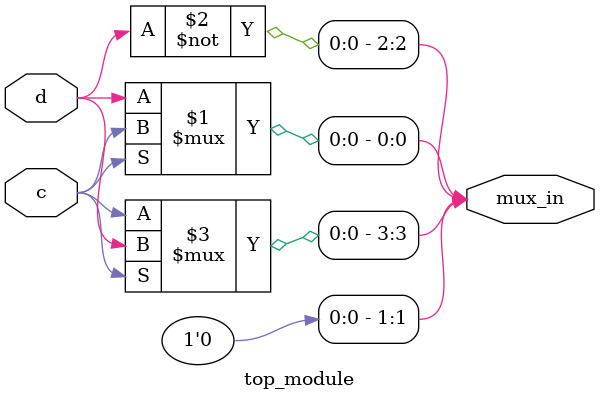
<source format=v>
module top_module (
    input c,
    input d,
    output [3:0] mux_in
); 
    assign mux_in[0] = c?c:d; //2 to 1 mux... could also use c|d
    assign mux_in[1] = 0;
    assign mux_in[2] = ~d;
    assign mux_in[3] = c?d:c;//2 to 1 mux... could also use c&d
    
endmodule
</source>
